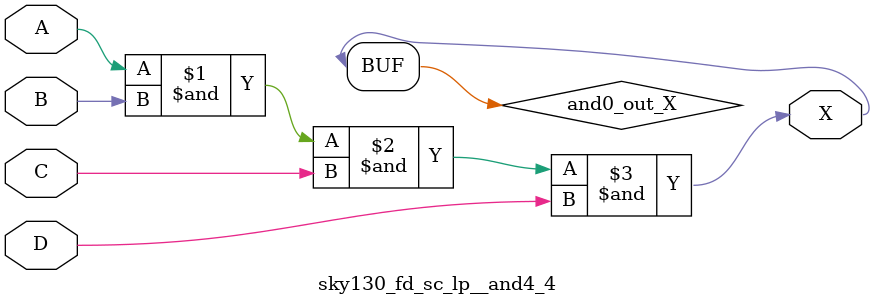
<source format=v>
/*
 * Copyright 2020 The SkyWater PDK Authors
 *
 * Licensed under the Apache License, Version 2.0 (the "License");
 * you may not use this file except in compliance with the License.
 * You may obtain a copy of the License at
 *
 *     https://www.apache.org/licenses/LICENSE-2.0
 *
 * Unless required by applicable law or agreed to in writing, software
 * distributed under the License is distributed on an "AS IS" BASIS,
 * WITHOUT WARRANTIES OR CONDITIONS OF ANY KIND, either express or implied.
 * See the License for the specific language governing permissions and
 * limitations under the License.
 *
 * SPDX-License-Identifier: Apache-2.0
*/


`ifndef SKY130_FD_SC_LP__AND4_4_FUNCTIONAL_V
`define SKY130_FD_SC_LP__AND4_4_FUNCTIONAL_V

/**
 * and4: 4-input AND.
 *
 * Verilog simulation functional model.
 */

`timescale 1ns / 1ps
`default_nettype none

`celldefine
module sky130_fd_sc_lp__and4_4 (
    X,
    A,
    B,
    C,
    D
);

    // Module ports
    output X;
    input  A;
    input  B;
    input  C;
    input  D;

    // Local signals
    wire and0_out_X;

    //  Name  Output      Other arguments
    and and0 (and0_out_X, A, B, C, D     );
    buf buf0 (X         , and0_out_X     );

endmodule
`endcelldefine

`default_nettype wire
`endif  // SKY130_FD_SC_LP__AND4_4_FUNCTIONAL_V

</source>
